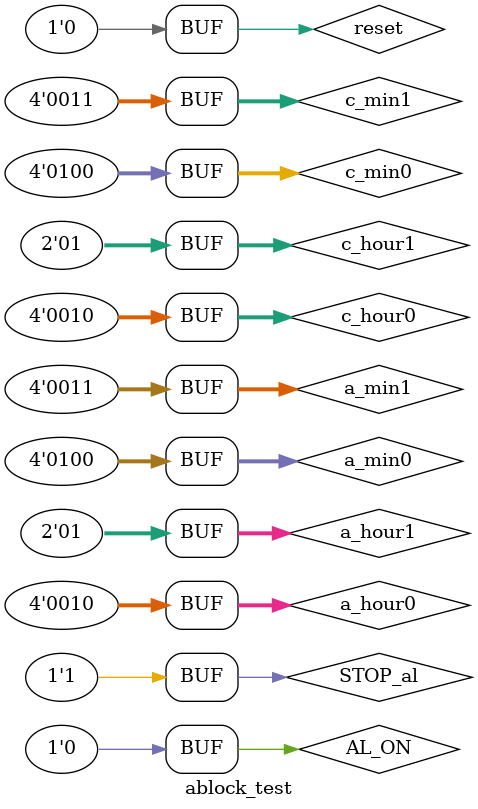
<source format=v>
`timescale 1ns / 1ps


module ablock_test;

	// Inputs
	reg reset;
	reg [1:0] c_hour1;
	reg [1:0] a_hour1;
	reg [3:0] c_hour0;
	reg [3:0] a_hour0;
	reg [3:0] c_min1;
	reg [3:0] a_min1;
	reg [3:0] c_min0;
	reg [3:0] a_min0;
	reg AL_ON;
	reg STOP_al;

	// Outputs
	wire Alarm;

	// Instantiate the Unit Under Test (UUT)
	alarm_block uut (
		.reset(reset), 
		.c_hour1(c_hour1), 
		.a_hour1(a_hour1), 
		.c_hour0(c_hour0), 
		.a_hour0(a_hour0), 
		.c_min1(c_min1), 
		.a_min1(a_min1), 
		.c_min0(c_min0), 
		.a_min0(a_min0), 
		.AL_ON(AL_ON), 
		.STOP_al(STOP_al), 
		.Alarm(Alarm)
	);

	initial begin
		// Initialize Inputs
		reset = 1;
		c_hour1 = 0;
		a_hour1 = 0;
		c_hour0 = 0;
		a_hour0 = 0;
		c_min1 = 0;
		a_min1 = 0;
		c_min0 = 0;
		a_min0 = 0;
		AL_ON = 0;
		STOP_al = 0;

		// Wait 100 ns for global reset to finish
		#100;
		reset = 0;
		c_hour1 = 2;
		a_hour1 = 2;
		c_hour0 = 1;
		a_hour0 = 1;
		AL_ON = 0;
		STOP_al = 0;
      
		#50;
		c_hour1 = 1;
		a_hour1 = 0;
		c_hour0 = 2;
		a_hour0 = 2;
		c_min1 = 3;
		a_min1 = 3;
		c_min0 = 4;
		a_min0 = 4;
		AL_ON = 1;
		STOP_al = 0;
		
		#50;
		a_hour1 = 1;
		
		#50;
		AL_ON = 0;
		STOP_al = 1;
		// Add stimulus here

	end
      
endmodule


</source>
